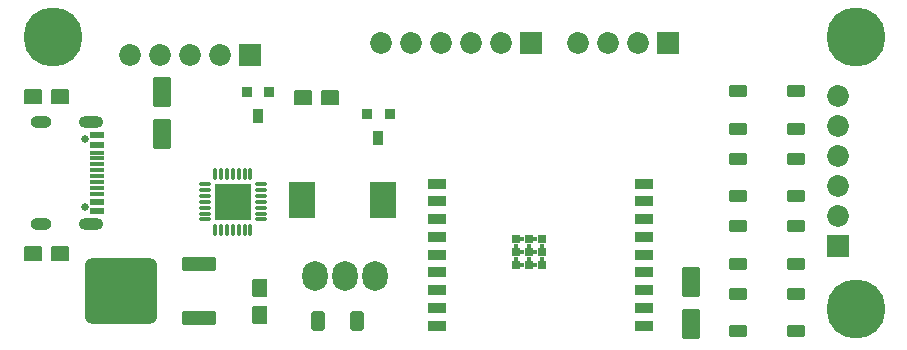
<source format=gbr>
%TF.GenerationSoftware,Altium Limited,Altium Designer,24.0.1 (36)*%
G04 Layer_Color=255*
%FSLAX45Y45*%
%MOMM*%
%TF.SameCoordinates,65C793CC-7C80-44E8-9821-AA658A2EEAB5*%
%TF.FilePolarity,Positive*%
%TF.FileFunction,Pads,Top*%
%TF.Part,Single*%
G01*
G75*
%TA.AperFunction,SMDPad,CuDef*%
%ADD11R,0.91440X1.27000*%
%ADD12R,0.91440X0.91440*%
G04:AMPARAMS|DCode=13|XSize=2.5mm|YSize=1.6mm|CornerRadius=0.12mm|HoleSize=0mm|Usage=FLASHONLY|Rotation=90.000|XOffset=0mm|YOffset=0mm|HoleType=Round|Shape=RoundedRectangle|*
%AMROUNDEDRECTD13*
21,1,2.50000,1.36000,0,0,90.0*
21,1,2.26000,1.60000,0,0,90.0*
1,1,0.24000,0.68000,1.13000*
1,1,0.24000,0.68000,-1.13000*
1,1,0.24000,-0.68000,-1.13000*
1,1,0.24000,-0.68000,1.13000*
%
%ADD13ROUNDEDRECTD13*%
G04:AMPARAMS|DCode=14|XSize=1.524mm|YSize=1.27mm|CornerRadius=0.09525mm|HoleSize=0mm|Usage=FLASHONLY|Rotation=0.000|XOffset=0mm|YOffset=0mm|HoleType=Round|Shape=RoundedRectangle|*
%AMROUNDEDRECTD14*
21,1,1.52400,1.07950,0,0,0.0*
21,1,1.33350,1.27000,0,0,0.0*
1,1,0.19050,0.66675,-0.53975*
1,1,0.19050,-0.66675,-0.53975*
1,1,0.19050,-0.66675,0.53975*
1,1,0.19050,0.66675,0.53975*
%
%ADD14ROUNDEDRECTD14*%
G04:AMPARAMS|DCode=15|XSize=1mm|YSize=1.5mm|CornerRadius=0.075mm|HoleSize=0mm|Usage=FLASHONLY|Rotation=90.000|XOffset=0mm|YOffset=0mm|HoleType=Round|Shape=RoundedRectangle|*
%AMROUNDEDRECTD15*
21,1,1.00000,1.35000,0,0,90.0*
21,1,0.85000,1.50000,0,0,90.0*
1,1,0.15000,0.67500,0.42500*
1,1,0.15000,0.67500,-0.42500*
1,1,0.15000,-0.67500,-0.42500*
1,1,0.15000,-0.67500,0.42500*
%
%ADD15ROUNDEDRECTD15*%
%TA.AperFunction,ConnectorPad*%
%ADD16R,1.15000X0.30000*%
%ADD17R,1.15000X0.60000*%
%TA.AperFunction,SMDPad,CuDef*%
G04:AMPARAMS|DCode=18|XSize=2.83mm|YSize=1.22mm|CornerRadius=0.1525mm|HoleSize=0mm|Usage=FLASHONLY|Rotation=180.000|XOffset=0mm|YOffset=0mm|HoleType=Round|Shape=RoundedRectangle|*
%AMROUNDEDRECTD18*
21,1,2.83000,0.91500,0,0,180.0*
21,1,2.52500,1.22000,0,0,180.0*
1,1,0.30500,-1.26250,0.45750*
1,1,0.30500,1.26250,0.45750*
1,1,0.30500,1.26250,-0.45750*
1,1,0.30500,-1.26250,-0.45750*
%
%ADD18ROUNDEDRECTD18*%
G04:AMPARAMS|DCode=19|XSize=6.1mm|YSize=5.63mm|CornerRadius=0.70375mm|HoleSize=0mm|Usage=FLASHONLY|Rotation=180.000|XOffset=0mm|YOffset=0mm|HoleType=Round|Shape=RoundedRectangle|*
%AMROUNDEDRECTD19*
21,1,6.10000,4.22250,0,0,180.0*
21,1,4.69250,5.63000,0,0,180.0*
1,1,1.40750,-2.34625,2.11125*
1,1,1.40750,2.34625,2.11125*
1,1,1.40750,2.34625,-2.11125*
1,1,1.40750,-2.34625,-2.11125*
%
%ADD19ROUNDEDRECTD19*%
%ADD20R,2.29000X3.12000*%
G04:AMPARAMS|DCode=21|XSize=1.524mm|YSize=1.27mm|CornerRadius=0.09525mm|HoleSize=0mm|Usage=FLASHONLY|Rotation=270.000|XOffset=0mm|YOffset=0mm|HoleType=Round|Shape=RoundedRectangle|*
%AMROUNDEDRECTD21*
21,1,1.52400,1.07950,0,0,270.0*
21,1,1.33350,1.27000,0,0,270.0*
1,1,0.19050,-0.53975,-0.66675*
1,1,0.19050,-0.53975,0.66675*
1,1,0.19050,0.53975,0.66675*
1,1,0.19050,0.53975,-0.66675*
%
%ADD21ROUNDEDRECTD21*%
G04:AMPARAMS|DCode=22|XSize=1.14mm|YSize=1.63mm|CornerRadius=0.1425mm|HoleSize=0mm|Usage=FLASHONLY|Rotation=0.000|XOffset=0mm|YOffset=0mm|HoleType=Round|Shape=RoundedRectangle|*
%AMROUNDEDRECTD22*
21,1,1.14000,1.34500,0,0,0.0*
21,1,0.85500,1.63000,0,0,0.0*
1,1,0.28500,0.42750,-0.67250*
1,1,0.28500,-0.42750,-0.67250*
1,1,0.28500,-0.42750,0.67250*
1,1,0.28500,0.42750,0.67250*
%
%ADD22ROUNDEDRECTD22*%
G04:AMPARAMS|DCode=23|XSize=0.97mm|YSize=0.26mm|CornerRadius=0.0325mm|HoleSize=0mm|Usage=FLASHONLY|Rotation=90.000|XOffset=0mm|YOffset=0mm|HoleType=Round|Shape=RoundedRectangle|*
%AMROUNDEDRECTD23*
21,1,0.97000,0.19500,0,0,90.0*
21,1,0.90500,0.26000,0,0,90.0*
1,1,0.06500,0.09750,0.45250*
1,1,0.06500,0.09750,-0.45250*
1,1,0.06500,-0.09750,-0.45250*
1,1,0.06500,-0.09750,0.45250*
%
%ADD23ROUNDEDRECTD23*%
G04:AMPARAMS|DCode=24|XSize=0.97mm|YSize=0.26mm|CornerRadius=0.0325mm|HoleSize=0mm|Usage=FLASHONLY|Rotation=0.000|XOffset=0mm|YOffset=0mm|HoleType=Round|Shape=RoundedRectangle|*
%AMROUNDEDRECTD24*
21,1,0.97000,0.19500,0,0,0.0*
21,1,0.90500,0.26000,0,0,0.0*
1,1,0.06500,0.45250,-0.09750*
1,1,0.06500,-0.45250,-0.09750*
1,1,0.06500,-0.45250,0.09750*
1,1,0.06500,0.45250,0.09750*
%
%ADD24ROUNDEDRECTD24*%
%ADD25R,3.15000X3.15000*%
%TA.AperFunction,BGAPad,CuDef*%
%ADD26R,0.70000X0.70000*%
%TA.AperFunction,ConnectorPad*%
%ADD27R,1.50000X0.90000*%
%TA.AperFunction,ComponentPad*%
%ADD32C,1.85000*%
%ADD33R,1.85000X1.85000*%
%ADD34R,1.85000X1.85000*%
%ADD35C,5.00000*%
%ADD36C,0.65000*%
%ADD37O,2.10000X1.00000*%
%ADD38O,1.80000X1.00000*%
%ADD39O,2.15000X2.50000*%
%ADD40C,0.40000*%
D11*
X3103480Y1796800D02*
D03*
X2082800Y1981200D02*
D03*
D12*
X3009500Y2000000D02*
D03*
X3200000D02*
D03*
X1988820Y2184400D02*
D03*
X2179320D02*
D03*
D13*
X1270000D02*
D03*
Y1834400D02*
D03*
X5750000Y575000D02*
D03*
Y225000D02*
D03*
D14*
X406400Y2146300D02*
D03*
X177800D02*
D03*
X406400Y812800D02*
D03*
X177800D02*
D03*
X2697500Y2138800D02*
D03*
X2468900D02*
D03*
D15*
X6149000Y1623000D02*
D03*
X6639000D02*
D03*
X6149000Y1303000D02*
D03*
X6639000D02*
D03*
X6149000Y2194500D02*
D03*
X6639000D02*
D03*
X6149000Y1874500D02*
D03*
X6639000D02*
D03*
Y160000D02*
D03*
X6149000D02*
D03*
X6639000Y480000D02*
D03*
X6149000D02*
D03*
X6639000Y731500D02*
D03*
X6149000D02*
D03*
X6639000Y1051500D02*
D03*
X6149000D02*
D03*
D16*
X725500Y1675000D02*
D03*
Y1625000D02*
D03*
Y1575000D02*
D03*
Y1325000D02*
D03*
Y1375000D02*
D03*
Y1425000D02*
D03*
Y1525000D02*
D03*
Y1475000D02*
D03*
D17*
Y1260000D02*
D03*
Y1740000D02*
D03*
Y1180000D02*
D03*
Y1820000D02*
D03*
D18*
X1587500Y271500D02*
D03*
Y729500D02*
D03*
D19*
X922500Y500500D02*
D03*
D20*
X2456000Y1275200D02*
D03*
X3142000D02*
D03*
D21*
X2100000Y528600D02*
D03*
Y300000D02*
D03*
D22*
X2597000Y246500D02*
D03*
X2925000D02*
D03*
D23*
X1722000Y1021200D02*
D03*
X1772000D02*
D03*
X1822000D02*
D03*
X1872000D02*
D03*
X1922000D02*
D03*
X1972000D02*
D03*
X2022000D02*
D03*
Y1495200D02*
D03*
X1972000D02*
D03*
X1922000D02*
D03*
X1872000D02*
D03*
X1822000D02*
D03*
X1772000D02*
D03*
X1722000D02*
D03*
D24*
X1635000Y1408200D02*
D03*
Y1358200D02*
D03*
Y1308200D02*
D03*
Y1258200D02*
D03*
Y1208200D02*
D03*
Y1158200D02*
D03*
Y1108200D02*
D03*
X2109000D02*
D03*
Y1158200D02*
D03*
Y1208200D02*
D03*
Y1258200D02*
D03*
Y1308200D02*
D03*
Y1358200D02*
D03*
Y1408200D02*
D03*
D25*
X1872000Y1258200D02*
D03*
D26*
X4489500Y940500D02*
D03*
X4379500D02*
D03*
X4269500D02*
D03*
Y720500D02*
D03*
X4379500D02*
D03*
X4489500D02*
D03*
Y830500D02*
D03*
X4269500D02*
D03*
X4379500D02*
D03*
D27*
X3600500Y210500D02*
D03*
Y360500D02*
D03*
Y510500D02*
D03*
Y660500D02*
D03*
Y810500D02*
D03*
Y960500D02*
D03*
Y1110500D02*
D03*
Y1260500D02*
D03*
Y1410500D02*
D03*
X5350500D02*
D03*
Y1260500D02*
D03*
Y1110500D02*
D03*
Y960500D02*
D03*
Y810500D02*
D03*
Y660500D02*
D03*
Y510500D02*
D03*
Y360500D02*
D03*
Y210500D02*
D03*
D32*
X1000000Y2500000D02*
D03*
X1762000D02*
D03*
X1508000D02*
D03*
X1254000D02*
D03*
X7000000Y2154000D02*
D03*
Y1900000D02*
D03*
Y1138000D02*
D03*
Y1392000D02*
D03*
Y1646000D02*
D03*
X3130000Y2600000D02*
D03*
X3384000D02*
D03*
X4146000D02*
D03*
X3892000D02*
D03*
X3638000D02*
D03*
X5300000D02*
D03*
X5046000D02*
D03*
X4792000D02*
D03*
D33*
X2016000Y2500000D02*
D03*
X4400000Y2600000D02*
D03*
X5554000D02*
D03*
D34*
X7000000Y884000D02*
D03*
D35*
X7150000Y2650000D02*
D03*
X350000D02*
D03*
X7150000Y350000D02*
D03*
D36*
X618000Y1789000D02*
D03*
Y1211000D02*
D03*
D37*
X668000Y1068000D02*
D03*
Y1932000D02*
D03*
D38*
X250000Y1068000D02*
D03*
Y1932000D02*
D03*
D39*
X2824500Y627500D02*
D03*
X2570500D02*
D03*
X3078500D02*
D03*
D40*
X4489500Y885500D02*
D03*
X4379500D02*
D03*
X4434500Y940500D02*
D03*
X4324500D02*
D03*
X4434500Y830500D02*
D03*
X4489500Y775500D02*
D03*
X4379500D02*
D03*
X4324500Y830500D02*
D03*
X4434500Y720500D02*
D03*
X4269500Y885500D02*
D03*
Y775500D02*
D03*
X4324500Y720500D02*
D03*
%TF.MD5,93e8ea213b68daf586fed97f43f8d47d*%
M02*

</source>
